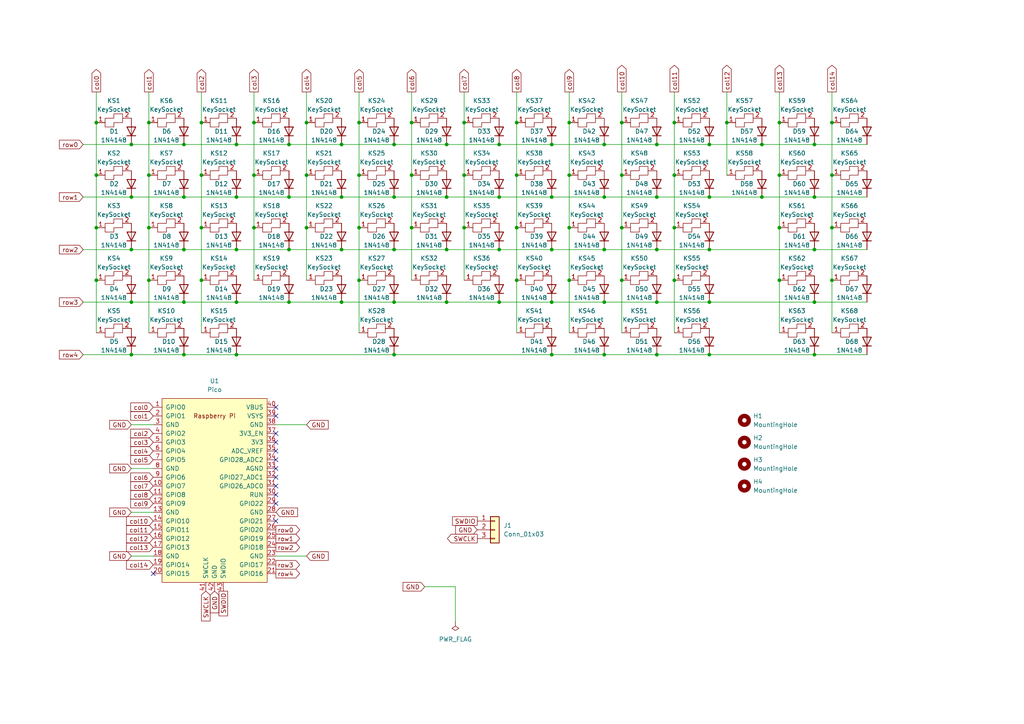
<source format=kicad_sch>
(kicad_sch (version 20211123) (generator eeschema)
  (paper "A4")
  (title_block (title "Wavier-keys"))
  (junction (at 180.34 66.04))
  (junction (at 160.02 41.91))
  (junction (at 104.14 66.04))
  (junction (at 236.22 72.39))
  (junction (at 190.5 41.91))
  (junction (at 195.58 81.28))
  (junction (at 195.58 35.56))
  (junction (at 83.82 87.63))
  (junction (at 58.42 66.04))
  (junction (at 129.54 72.39))
  (junction (at 119.38 50.8))
  (junction (at 129.54 41.91))
  (junction (at 205.74 87.63))
  (junction (at 160.02 87.63))
  (junction (at 99.06 57.15))
  (junction (at 99.06 72.39))
  (junction (at 104.14 81.28))
  (junction (at 190.5 72.39))
  (junction (at 149.86 81.28))
  (junction (at 205.74 102.87))
  (junction (at 104.14 50.8))
  (junction (at 38.1 102.87))
  (junction (at 73.66 66.04))
  (junction (at 190.5 102.87))
  (junction (at 83.82 72.39))
  (junction (at 144.78 72.39))
  (junction (at 180.34 35.56))
  (junction (at 180.34 81.28))
  (junction (at 190.5 57.15))
  (junction (at 195.58 50.8))
  (junction (at 38.1 41.91))
  (junction (at 175.26 41.91))
  (junction (at 38.1 72.39))
  (junction (at 160.02 102.87))
  (junction (at 83.82 41.91))
  (junction (at 190.5 87.63))
  (junction (at 165.1 81.28))
  (junction (at 236.22 102.87))
  (junction (at 27.94 35.56))
  (junction (at 165.1 66.04))
  (junction (at 73.66 50.8))
  (junction (at 144.78 87.63))
  (junction (at 27.94 81.28))
  (junction (at 43.18 81.28))
  (junction (at 83.82 57.15))
  (junction (at 53.34 72.39))
  (junction (at 68.58 41.91))
  (junction (at 175.26 57.15))
  (junction (at 114.3 72.39))
  (junction (at 226.06 50.8))
  (junction (at 58.42 50.8))
  (junction (at 241.3 81.28))
  (junction (at 220.98 41.91))
  (junction (at 175.26 87.63))
  (junction (at 160.02 57.15))
  (junction (at 88.9 35.56))
  (junction (at 129.54 57.15))
  (junction (at 134.62 35.56))
  (junction (at 241.3 66.04))
  (junction (at 53.34 102.87))
  (junction (at 210.82 35.56))
  (junction (at 43.18 66.04))
  (junction (at 43.18 35.56))
  (junction (at 53.34 41.91))
  (junction (at 226.06 81.28))
  (junction (at 149.86 66.04))
  (junction (at 58.42 35.56))
  (junction (at 38.1 57.15))
  (junction (at 68.58 57.15))
  (junction (at 53.34 87.63))
  (junction (at 27.94 50.8))
  (junction (at 38.1 87.63))
  (junction (at 241.3 50.8))
  (junction (at 129.54 87.63))
  (junction (at 68.58 87.63))
  (junction (at 220.98 57.15))
  (junction (at 165.1 35.56))
  (junction (at 205.74 57.15))
  (junction (at 205.74 72.39))
  (junction (at 149.86 35.56))
  (junction (at 165.1 50.8))
  (junction (at 175.26 72.39))
  (junction (at 226.06 66.04))
  (junction (at 160.02 72.39))
  (junction (at 226.06 35.56))
  (junction (at 205.74 41.91))
  (junction (at 180.34 50.8))
  (junction (at 144.78 41.91))
  (junction (at 114.3 87.63))
  (junction (at 236.22 57.15))
  (junction (at 134.62 66.04))
  (junction (at 236.22 41.91))
  (junction (at 134.62 50.8))
  (junction (at 68.58 72.39))
  (junction (at 99.06 87.63))
  (junction (at 43.18 50.8))
  (junction (at 114.3 102.87))
  (junction (at 104.14 35.56))
  (junction (at 73.66 35.56))
  (junction (at 53.34 57.15))
  (junction (at 236.22 87.63))
  (junction (at 68.58 102.87))
  (junction (at 99.06 41.91))
  (junction (at 119.38 35.56))
  (junction (at 58.42 81.28))
  (junction (at 119.38 66.04))
  (junction (at 88.9 66.04))
  (junction (at 27.94 66.04))
  (junction (at 114.3 41.91))
  (junction (at 175.26 102.87))
  (junction (at 114.3 57.15))
  (junction (at 241.3 35.56))
  (junction (at 88.9 50.8))
  (junction (at 144.78 57.15))
  (junction (at 149.86 50.8))
  (junction (at 195.58 66.04))
  (no_connect (at 80.01 135.89))
  (no_connect (at 44.45 166.37))
  (no_connect (at 80.01 118.11))
  (no_connect (at 80.01 120.65))
  (no_connect (at 80.01 138.43))
  (no_connect (at 80.01 140.97))
  (no_connect (at 80.01 146.05))
  (no_connect (at 80.01 151.13))
  (no_connect (at 80.01 125.73))
  (no_connect (at 80.01 128.27))
  (no_connect (at 80.01 130.81))
  (no_connect (at 80.01 133.35))
  (no_connect (at 80.01 143.51))
  (wire (pts (xy 220.98 41.91) (xy 236.22 41.91)))
  (wire (pts (xy 220.98 57.15) (xy 236.22 57.15)))
  (wire (pts (xy 236.22 87.63) (xy 251.46 87.63)))
  (wire (pts (xy 114.3 102.87) (xy 160.02 102.87)))
  (wire (pts (xy 236.22 72.39) (xy 251.46 72.39)))
  (wire (pts (xy 38.1 148.59) (xy 44.45 148.59)))
  (wire (pts (xy 149.86 66.04) (xy 149.86 81.28)))
  (wire (pts (xy 165.1 66.04) (xy 165.1 81.28)))
  (wire (pts (xy 165.1 81.28) (xy 165.1 96.52)))
  (wire (pts (xy 160.02 41.91) (xy 175.26 41.91)))
  (wire (pts (xy 83.82 72.39) (xy 99.06 72.39)))
  (wire (pts (xy 24.13 87.63) (xy 38.1 87.63)))
  (wire (pts (xy 149.86 35.56) (xy 149.86 50.8)))
  (wire (pts (xy 129.54 57.15) (xy 144.78 57.15)))
  (wire (pts (xy 24.13 102.87) (xy 38.1 102.87)))
  (wire (pts (xy 104.14 35.56) (xy 104.14 50.8)))
  (wire (pts (xy 27.94 81.28) (xy 27.94 96.52)))
  (wire (pts (xy 99.06 57.15) (xy 114.3 57.15)))
  (wire (pts (xy 165.1 50.8) (xy 165.1 66.04)))
  (wire (pts (xy 205.74 102.87) (xy 236.22 102.87)))
  (wire (pts (xy 134.62 66.04) (xy 134.62 81.28)))
  (wire (pts (xy 114.3 57.15) (xy 129.54 57.15)))
  (wire (pts (xy 119.38 26.67) (xy 119.38 35.56)))
  (wire (pts (xy 58.42 26.67) (xy 58.42 35.56)))
  (wire (pts (xy 68.58 87.63) (xy 83.82 87.63)))
  (wire (pts (xy 88.9 50.8) (xy 88.9 66.04)))
  (wire (pts (xy 129.54 72.39) (xy 144.78 72.39)))
  (wire (pts (xy 119.38 50.8) (xy 119.38 66.04)))
  (wire (pts (xy 241.3 81.28) (xy 241.3 96.52)))
  (wire (pts (xy 58.42 81.28) (xy 58.42 96.52)))
  (wire (pts (xy 149.86 50.8) (xy 149.86 66.04)))
  (wire (pts (xy 99.06 87.63) (xy 114.3 87.63)))
  (wire (pts (xy 180.34 81.28) (xy 180.34 96.52)))
  (wire (pts (xy 195.58 26.67) (xy 195.58 35.56)))
  (wire (pts (xy 236.22 57.15) (xy 251.46 57.15)))
  (wire (pts (xy 129.54 41.91) (xy 144.78 41.91)))
  (wire (pts (xy 104.14 66.04) (xy 104.14 81.28)))
  (wire (pts (xy 88.9 123.19) (xy 80.01 123.19)))
  (wire (pts (xy 24.13 72.39) (xy 38.1 72.39)))
  (wire (pts (xy 73.66 35.56) (xy 73.66 50.8)))
  (wire (pts (xy 236.22 102.87) (xy 251.46 102.87)))
  (wire (pts (xy 104.14 50.8) (xy 104.14 66.04)))
  (wire (pts (xy 175.26 41.91) (xy 190.5 41.91)))
  (wire (pts (xy 38.1 123.19) (xy 44.45 123.19)))
  (wire (pts (xy 114.3 41.91) (xy 129.54 41.91)))
  (wire (pts (xy 175.26 57.15) (xy 190.5 57.15)))
  (wire (pts (xy 149.86 81.28) (xy 149.86 96.52)))
  (wire (pts (xy 241.3 66.04) (xy 241.3 81.28)))
  (wire (pts (xy 27.94 26.67) (xy 27.94 35.56)))
  (wire (pts (xy 38.1 135.89) (xy 44.45 135.89)))
  (wire (pts (xy 68.58 102.87) (xy 114.3 102.87)))
  (wire (pts (xy 43.18 50.8) (xy 43.18 66.04)))
  (wire (pts (xy 175.26 102.87) (xy 190.5 102.87)))
  (wire (pts (xy 190.5 87.63) (xy 205.74 87.63)))
  (wire (pts (xy 24.13 57.15) (xy 38.1 57.15)))
  (wire (pts (xy 205.74 57.15) (xy 220.98 57.15)))
  (wire (pts (xy 195.58 50.8) (xy 195.58 66.04)))
  (wire (pts (xy 68.58 41.91) (xy 83.82 41.91)))
  (wire (pts (xy 190.5 72.39) (xy 205.74 72.39)))
  (wire (pts (xy 43.18 66.04) (xy 43.18 81.28)))
  (wire (pts (xy 144.78 57.15) (xy 160.02 57.15)))
  (wire (pts (xy 123.19 170.18) (xy 132.08 170.18)))
  (wire (pts (xy 210.82 26.67) (xy 210.82 35.56)))
  (wire (pts (xy 226.06 26.67) (xy 226.06 35.56)))
  (wire (pts (xy 160.02 87.63) (xy 175.26 87.63)))
  (wire (pts (xy 180.34 66.04) (xy 180.34 81.28)))
  (wire (pts (xy 38.1 41.91) (xy 53.34 41.91)))
  (wire (pts (xy 241.3 50.8) (xy 241.3 66.04)))
  (wire (pts (xy 68.58 72.39) (xy 83.82 72.39)))
  (wire (pts (xy 38.1 161.29) (xy 44.45 161.29)))
  (wire (pts (xy 43.18 26.67) (xy 43.18 35.56)))
  (wire (pts (xy 180.34 50.8) (xy 180.34 66.04)))
  (wire (pts (xy 144.78 87.63) (xy 160.02 87.63)))
  (wire (pts (xy 119.38 35.56) (xy 119.38 50.8)))
  (wire (pts (xy 226.06 50.8) (xy 226.06 66.04)))
  (wire (pts (xy 190.5 102.87) (xy 205.74 102.87)))
  (wire (pts (xy 104.14 81.28) (xy 104.14 96.52)))
  (wire (pts (xy 38.1 72.39) (xy 53.34 72.39)))
  (wire (pts (xy 38.1 57.15) (xy 53.34 57.15)))
  (wire (pts (xy 99.06 72.39) (xy 114.3 72.39)))
  (wire (pts (xy 83.82 87.63) (xy 99.06 87.63)))
  (wire (pts (xy 38.1 87.63) (xy 53.34 87.63)))
  (wire (pts (xy 195.58 66.04) (xy 195.58 81.28)))
  (wire (pts (xy 195.58 81.28) (xy 195.58 96.52)))
  (wire (pts (xy 205.74 41.91) (xy 220.98 41.91)))
  (wire (pts (xy 180.34 26.67) (xy 180.34 35.56)))
  (wire (pts (xy 165.1 26.67) (xy 165.1 35.56)))
  (wire (pts (xy 88.9 35.56) (xy 88.9 50.8)))
  (wire (pts (xy 38.1 102.87) (xy 53.34 102.87)))
  (wire (pts (xy 27.94 66.04) (xy 27.94 81.28)))
  (wire (pts (xy 149.86 26.67) (xy 149.86 35.56)))
  (wire (pts (xy 190.5 57.15) (xy 205.74 57.15)))
  (wire (pts (xy 134.62 35.56) (xy 134.62 50.8)))
  (wire (pts (xy 226.06 66.04) (xy 226.06 81.28)))
  (wire (pts (xy 119.38 66.04) (xy 119.38 81.28)))
  (wire (pts (xy 195.58 35.56) (xy 195.58 50.8)))
  (wire (pts (xy 24.13 41.91) (xy 38.1 41.91)))
  (wire (pts (xy 88.9 161.29) (xy 80.01 161.29)))
  (wire (pts (xy 43.18 35.56) (xy 43.18 50.8)))
  (wire (pts (xy 53.34 87.63) (xy 68.58 87.63)))
  (wire (pts (xy 53.34 102.87) (xy 68.58 102.87)))
  (wire (pts (xy 68.58 57.15) (xy 83.82 57.15)))
  (wire (pts (xy 88.9 26.67) (xy 88.9 35.56)))
  (wire (pts (xy 114.3 72.39) (xy 129.54 72.39)))
  (wire (pts (xy 99.06 41.91) (xy 114.3 41.91)))
  (wire (pts (xy 241.3 35.56) (xy 241.3 50.8)))
  (wire (pts (xy 180.34 35.56) (xy 180.34 50.8)))
  (wire (pts (xy 226.06 35.56) (xy 226.06 50.8)))
  (wire (pts (xy 53.34 57.15) (xy 68.58 57.15)))
  (wire (pts (xy 27.94 50.8) (xy 27.94 66.04)))
  (wire (pts (xy 58.42 50.8) (xy 58.42 66.04)))
  (wire (pts (xy 226.06 81.28) (xy 226.06 96.52)))
  (wire (pts (xy 175.26 72.39) (xy 190.5 72.39)))
  (wire (pts (xy 83.82 41.91) (xy 99.06 41.91)))
  (wire (pts (xy 73.66 50.8) (xy 73.66 66.04)))
  (wire (pts (xy 27.94 35.56) (xy 27.94 50.8)))
  (wire (pts (xy 160.02 72.39) (xy 175.26 72.39)))
  (wire (pts (xy 88.9 66.04) (xy 88.9 81.28)))
  (wire (pts (xy 53.34 72.39) (xy 68.58 72.39)))
  (wire (pts (xy 114.3 87.63) (xy 129.54 87.63)))
  (wire (pts (xy 132.08 170.18) (xy 132.08 180.34)))
  (wire (pts (xy 241.3 26.67) (xy 241.3 35.56)))
  (wire (pts (xy 144.78 72.39) (xy 160.02 72.39)))
  (wire (pts (xy 73.66 66.04) (xy 73.66 81.28)))
  (wire (pts (xy 129.54 87.63) (xy 144.78 87.63)))
  (wire (pts (xy 210.82 35.56) (xy 210.82 50.8)))
  (wire (pts (xy 236.22 41.91) (xy 251.46 41.91)))
  (wire (pts (xy 165.1 35.56) (xy 165.1 50.8)))
  (wire (pts (xy 190.5 41.91) (xy 205.74 41.91)))
  (wire (pts (xy 58.42 35.56) (xy 58.42 50.8)))
  (wire (pts (xy 134.62 50.8) (xy 134.62 66.04)))
  (wire (pts (xy 83.82 57.15) (xy 99.06 57.15)))
  (wire (pts (xy 134.62 26.67) (xy 134.62 35.56)))
  (wire (pts (xy 43.18 81.28) (xy 43.18 96.52)))
  (wire (pts (xy 205.74 87.63) (xy 236.22 87.63)))
  (wire (pts (xy 160.02 102.87) (xy 175.26 102.87)))
  (wire (pts (xy 144.78 41.91) (xy 160.02 41.91)))
  (wire (pts (xy 104.14 26.67) (xy 104.14 35.56)))
  (wire (pts (xy 175.26 87.63) (xy 190.5 87.63)))
  (wire (pts (xy 205.74 72.39) (xy 236.22 72.39)))
  (wire (pts (xy 58.42 66.04) (xy 58.42 81.28)))
  (wire (pts (xy 160.02 57.15) (xy 175.26 57.15)))
  (wire (pts (xy 73.66 26.67) (xy 73.66 35.56)))
  (wire (pts (xy 53.34 41.91) (xy 68.58 41.91)))
  (global_label "row0" (shape output) (at 80.01 153.67 0) (property "Intersheet References" "${INTERSHEET_REFS}" (effects hide)))
  (global_label "row1" (shape input) (at 24.13 57.15 180) (property "Intersheet References" "${INTERSHEET_REFS}" (effects hide)))
  (global_label "col2" (shape output) (at 58.42 26.67 90) (property "Intersheet References" "${INTERSHEET_REFS}" (effects hide)))
  (global_label "row1" (shape output) (at 80.01 156.21 0) (property "Intersheet References" "${INTERSHEET_REFS}" (effects hide)))
  (global_label "col13" (shape output) (at 226.06 26.67 90) (property "Intersheet References" "${INTERSHEET_REFS}" (effects hide)))
  (global_label "GND" (shape input) (at 123.19 170.18 180) (property "Intersheet References" "${INTERSHEET_REFS}" (effects hide)))
  (global_label "col0" (shape input) (at 44.45 118.11 180) (property "Intersheet References" "${INTERSHEET_REFS}" (effects hide)))
  (global_label "col9" (shape input) (at 44.45 146.05 180) (property "Intersheet References" "${INTERSHEET_REFS}" (effects hide)))
  (global_label "GND" (shape input) (at 138.43 153.67 180) (property "Intersheet References" "${INTERSHEET_REFS}" (effects hide)))
  (global_label "GND" (shape input) (at 80.01 148.59 0) (property "Intersheet References" "${INTERSHEET_REFS}" (effects hide)))
  (global_label "row4" (shape output) (at 80.01 166.37 0) (property "Intersheet References" "${INTERSHEET_REFS}" (effects hide)))
  (global_label "SWDIO" (shape passive) (at 138.43 151.13 180) (property "Intersheet References" "${INTERSHEET_REFS}" (effects hide)))
  (global_label "col6" (shape input) (at 44.45 138.43 180) (property "Intersheet References" "${INTERSHEET_REFS}" (effects hide)))
  (global_label "row0" (shape input) (at 24.13 41.91 180) (property "Intersheet References" "${INTERSHEET_REFS}" (effects hide)))
  (global_label "col14" (shape input) (at 44.45 163.83 180) (property "Intersheet References" "${INTERSHEET_REFS}" (effects hide)))
  (global_label "col8" (shape output) (at 149.86 26.67 90) (property "Intersheet References" "${INTERSHEET_REFS}" (effects hide)))
  (global_label "col3" (shape input) (at 44.45 128.27 180) (property "Intersheet References" "${INTERSHEET_REFS}" (effects hide)))
  (global_label "GND" (shape input) (at 88.9 161.29 0) (property "Intersheet References" "${INTERSHEET_REFS}" (effects hide)))
  (global_label "col4" (shape input) (at 44.45 130.81 180) (property "Intersheet References" "${INTERSHEET_REFS}" (effects hide)))
  (global_label "col9" (shape output) (at 165.1 26.67 90) (property "Intersheet References" "${INTERSHEET_REFS}" (effects hide)))
  (global_label "col3" (shape output) (at 73.66 26.67 90) (property "Intersheet References" "${INTERSHEET_REFS}" (effects hide)))
  (global_label "col14" (shape output) (at 241.3 26.67 90) (property "Intersheet References" "${INTERSHEET_REFS}" (effects hide)))
  (global_label "row3" (shape input) (at 24.13 87.63 180) (property "Intersheet References" "${INTERSHEET_REFS}" (effects hide)))
  (global_label "col10" (shape output) (at 180.34 26.67 90) (property "Intersheet References" "${INTERSHEET_REFS}" (effects hide)))
  (global_label "col12" (shape input) (at 44.45 156.21 180) (property "Intersheet References" "${INTERSHEET_REFS}" (effects hide)))
  (global_label "col0" (shape output) (at 27.94 26.67 90) (property "Intersheet References" "${INTERSHEET_REFS}" (effects hide)))
  (global_label "GND" (shape input) (at 38.1 148.59 180) (property "Intersheet References" "${INTERSHEET_REFS}" (effects hide)))
  (global_label "col5" (shape output) (at 104.14 26.67 90) (property "Intersheet References" "${INTERSHEET_REFS}" (effects hide)))
  (global_label "col8" (shape input) (at 44.45 143.51 180) (property "Intersheet References" "${INTERSHEET_REFS}" (effects hide)))
  (global_label "col2" (shape input) (at 44.45 125.73 180) (property "Intersheet References" "${INTERSHEET_REFS}" (effects hide)))
  (global_label "col13" (shape input) (at 44.45 158.75 180) (property "Intersheet References" "${INTERSHEET_REFS}" (effects hide)))
  (global_label "row2" (shape output) (at 80.01 158.75 0) (property "Intersheet References" "${INTERSHEET_REFS}" (effects hide)))
  (global_label "col5" (shape input) (at 44.45 133.35 180) (property "Intersheet References" "${INTERSHEET_REFS}" (effects hide)))
  (global_label "col1" (shape output) (at 43.18 26.67 90) (property "Intersheet References" "${INTERSHEET_REFS}" (effects hide)))
  (global_label "col4" (shape output) (at 88.9 26.67 90) (property "Intersheet References" "${INTERSHEET_REFS}" (effects hide)))
  (global_label "col11" (shape input) (at 44.45 153.67 180) (property "Intersheet References" "${INTERSHEET_REFS}" (effects hide)))
  (global_label "SWCLK" (shape input) (at 59.69 171.45 270) (property "Intersheet References" "${INTERSHEET_REFS}" (effects hide)))
  (global_label "col11" (shape output) (at 195.58 26.67 90) (property "Intersheet References" "${INTERSHEET_REFS}" (effects hide)))
  (global_label "GND" (shape input) (at 38.1 135.89 180) (property "Intersheet References" "${INTERSHEET_REFS}" (effects hide)))
  (global_label "GND" (shape input) (at 38.1 123.19 180) (property "Intersheet References" "${INTERSHEET_REFS}" (effects hide)))
  (global_label "row3" (shape output) (at 80.01 163.83 0) (property "Intersheet References" "${INTERSHEET_REFS}" (effects hide)))
  (global_label "SWCLK" (shape output) (at 138.43 156.21 180) (property "Intersheet References" "${INTERSHEET_REFS}" (effects hide)))
  (global_label "SWDIO" (shape passive) (at 64.77 171.45 270) (property "Intersheet References" "${INTERSHEET_REFS}" (effects hide)))
  (global_label "GND" (shape input) (at 62.23 171.45 270) (property "Intersheet References" "${INTERSHEET_REFS}" (effects hide)))
  (global_label "col7" (shape input) (at 44.45 140.97 180) (property "Intersheet References" "${INTERSHEET_REFS}" (effects hide)))
  (global_label "col6" (shape output) (at 119.38 26.67 90) (property "Intersheet References" "${INTERSHEET_REFS}" (effects hide)))
  (global_label "GND" (shape input) (at 88.9 123.19 0) (property "Intersheet References" "${INTERSHEET_REFS}" (effects hide)))
  (global_label "col1" (shape input) (at 44.45 120.65 180) (property "Intersheet References" "${INTERSHEET_REFS}" (effects hide)))
  (global_label "col12" (shape output) (at 210.82 26.67 90) (property "Intersheet References" "${INTERSHEET_REFS}" (effects hide)))
  (global_label "col7" (shape output) (at 134.62 26.67 90) (property "Intersheet References" "${INTERSHEET_REFS}" (effects hide)))
  (global_label "row2" (shape input) (at 24.13 72.39 180) (property "Intersheet References" "${INTERSHEET_REFS}" (effects hide)))
  (global_label "col10" (shape input) (at 44.45 151.13 180) (property "Intersheet References" "${INTERSHEET_REFS}" (effects hide)))
  (global_label "GND" (shape input) (at 38.1 161.29 180) (property "Intersheet References" "${INTERSHEET_REFS}" (effects hide)))
  (global_label "row4" (shape input) (at 24.13 102.87 180) (property "Intersheet References" "${INTERSHEET_REFS}" (effects hide)))
  (symbol (lib_id "Diode:1N4148") (at 38.1 99.06 90) (unit 1)
    (property "Reference" "D5" (at 31.75 99.06 90) (effects (justify right)))
    (property "Value" "1N4148" (at 29.21 101.6 90) (effects (justify right)))
    (property "Footprint" "Diode_THT:D_DO-35_SOD27_P7.62mm_Horizontal" (effects hide))
    (property "Datasheet" "https://assets.nexperia.com/documents/data-sheet/1N4148_1N4448.pdf" (effects hide))
  )
  (symbol (lib_id "keyboard:KeySocket") (at 231.14 96.52 0) (unit 1)
    (property "Reference" "KS63" (at 231.14 90.17 0))
    (property "Value" "KeySocket" (at 231.14 92.71 0))
    (property "Footprint" "Switch_Keyboard_Hotswap_Kailh:SW_Hotswap_Kailh_MX_1.00u" (effects hide))
  )
  (symbol (lib_id "Diode:1N4148") (at 205.74 83.82 90) (unit 1)
    (property "Reference" "D55" (at 199.39 83.82 90) (effects (justify right)))
    (property "Value" "1N4148" (at 196.85 86.36 90) (effects (justify right)))
    (property "Footprint" "Diode_THT:D_DO-35_SOD27_P7.62mm_Horizontal" (effects hide))
    (property "Datasheet" "https://assets.nexperia.com/documents/data-sheet/1N4148_1N4448.pdf" (effects hide))
  )
  (symbol (lib_id "Diode:1N4148") (at 251.46 68.58 90) (unit 1)
    (property "Reference" "D66" (at 245.11 68.58 90) (effects (justify right)))
    (property "Value" "1N4148" (at 242.57 71.12 90) (effects (justify right)))
    (property "Footprint" "Diode_THT:D_DO-35_SOD27_P7.62mm_Horizontal" (effects hide))
    (property "Datasheet" "https://assets.nexperia.com/documents/data-sheet/1N4148_1N4448.pdf" (effects hide))
  )
  (symbol (lib_id "Diode:1N4148") (at 190.5 38.1 90) (unit 1)
    (property "Reference" "D47" (at 184.15 38.1 90) (effects (justify right)))
    (property "Value" "1N4148" (at 181.61 40.64 90) (effects (justify right)))
    (property "Footprint" "Diode_THT:D_DO-35_SOD27_P7.62mm_Horizontal" (effects hide))
    (property "Datasheet" "https://assets.nexperia.com/documents/data-sheet/1N4148_1N4448.pdf" (effects hide))
  )
  (symbol (lib_id "keyboard:KeySocket") (at 231.14 35.56 0) (unit 1)
    (property "Reference" "KS59" (at 231.14 29.21 0))
    (property "Value" "KeySocket" (at 231.14 31.75 0))
    (property "Footprint" "Switch_Keyboard_Hotswap_Kailh:SW_Hotswap_Kailh_MX_1.00u" (effects hide))
  )
  (symbol (lib_id "keyboard:KeySocket") (at 185.42 66.04 0) (unit 1)
    (property "Reference" "KS49" (at 185.42 59.69 0))
    (property "Value" "KeySocket" (at 185.42 62.23 0))
    (property "Footprint" "Switch_Keyboard_Hotswap_Kailh:SW_Hotswap_Kailh_MX_1.00u" (effects hide))
  )
  (symbol (lib_id "Diode:1N4148") (at 160.02 83.82 90) (unit 1)
    (property "Reference" "D40" (at 153.67 83.82 90) (effects (justify right)))
    (property "Value" "1N4148" (at 151.13 86.36 90) (effects (justify right)))
    (property "Footprint" "Diode_THT:D_DO-35_SOD27_P7.62mm_Horizontal" (effects hide))
    (property "Datasheet" "https://assets.nexperia.com/documents/data-sheet/1N4148_1N4448.pdf" (effects hide))
  )
  (symbol (lib_id "keyboard:KeySocket") (at 200.66 96.52 0) (unit 1)
    (property "Reference" "KS56" (at 200.66 90.17 0))
    (property "Value" "KeySocket" (at 200.66 92.71 0))
    (property "Footprint" "Switch_Keyboard_Hotswap_Kailh:SW_Hotswap_Kailh_MX_1.00u" (effects hide))
  )
  (symbol (lib_id "Diode:1N4148") (at 129.54 38.1 90) (unit 1)
    (property "Reference" "D29" (at 123.19 38.1 90) (effects (justify right)))
    (property "Value" "1N4148" (at 120.65 40.64 90) (effects (justify right)))
    (property "Footprint" "Diode_THT:D_DO-35_SOD27_P7.62mm_Horizontal" (effects hide))
    (property "Datasheet" "https://assets.nexperia.com/documents/data-sheet/1N4148_1N4448.pdf" (effects hide))
  )
  (symbol (lib_id "Diode:1N4148") (at 38.1 83.82 90) (unit 1)
    (property "Reference" "D4" (at 31.75 83.82 90) (effects (justify right)))
    (property "Value" "1N4148" (at 29.21 86.36 90) (effects (justify right)))
    (property "Footprint" "Diode_THT:D_DO-35_SOD27_P7.62mm_Horizontal" (effects hide))
    (property "Datasheet" "https://assets.nexperia.com/documents/data-sheet/1N4148_1N4448.pdf" (effects hide))
  )
  (symbol (lib_id "keyboard:KeySocket") (at 231.14 66.04 0) (unit 1)
    (property "Reference" "KS61" (at 231.14 59.69 0))
    (property "Value" "KeySocket" (at 231.14 62.23 0))
    (property "Footprint" "Switch_Keyboard_Hotswap_Kailh:SW_Hotswap_Kailh_MX_2.25u" (effects hide))
  )
  (symbol (lib_id "keyboard:KeySocket") (at 109.22 35.56 0) (unit 1)
    (property "Reference" "KS24" (at 109.22 29.21 0))
    (property "Value" "KeySocket" (at 109.22 31.75 0))
    (property "Footprint" "Switch_Keyboard_Hotswap_Kailh:SW_Hotswap_Kailh_MX_1.00u" (effects hide))
  )
  (symbol (lib_id "keyboard:KeySocket") (at 154.94 50.8 0) (unit 1)
    (property "Reference" "KS38" (at 154.94 44.45 0))
    (property "Value" "KeySocket" (at 154.94 46.99 0))
    (property "Footprint" "Switch_Keyboard_Hotswap_Kailh:SW_Hotswap_Kailh_MX_1.00u" (effects hide))
  )
  (symbol (lib_id "keyboard:KeySocket") (at 48.26 66.04 0) (unit 1)
    (property "Reference" "KS8" (at 48.26 59.69 0))
    (property "Value" "KeySocket" (at 48.26 62.23 0))
    (property "Footprint" "Switch_Keyboard_Hotswap_Kailh:SW_Hotswap_Kailh_MX_1.00u" (effects hide))
  )
  (symbol (lib_id "Diode:1N4148") (at 53.34 83.82 90) (unit 1)
    (property "Reference" "D9" (at 46.99 83.82 90) (effects (justify right)))
    (property "Value" "1N4148" (at 44.45 86.36 90) (effects (justify right)))
    (property "Footprint" "Diode_THT:D_DO-35_SOD27_P7.62mm_Horizontal" (effects hide))
    (property "Datasheet" "https://assets.nexperia.com/documents/data-sheet/1N4148_1N4448.pdf" (effects hide))
  )
  (symbol (lib_id "keyboard:KeySocket") (at 215.9 50.8 0) (unit 1)
    (property "Reference" "KS58" (at 215.9 44.45 0))
    (property "Value" "KeySocket" (at 215.9 46.99 0))
    (property "Footprint" "Switch_Keyboard_Hotswap_Kailh:SW_Hotswap_Kailh_MX_1.00u" (effects hide))
  )
  (symbol (lib_id "Diode:1N4148") (at 144.78 38.1 90) (unit 1)
    (property "Reference" "D33" (at 138.43 38.1 90) (effects (justify right)))
    (property "Value" "1N4148" (at 135.89 40.64 90) (effects (justify right)))
    (property "Footprint" "Diode_THT:D_DO-35_SOD27_P7.62mm_Horizontal" (effects hide))
    (property "Datasheet" "https://assets.nexperia.com/documents/data-sheet/1N4148_1N4448.pdf" (effects hide))
  )
  (symbol (lib_id "Diode:1N4148") (at 68.58 38.1 90) (unit 1)
    (property "Reference" "D11" (at 62.23 38.1 90) (effects (justify right)))
    (property "Value" "1N4148" (at 59.69 40.64 90) (effects (justify right)))
    (property "Footprint" "Diode_THT:D_DO-35_SOD27_P7.62mm_Horizontal" (effects hide))
    (property "Datasheet" "https://assets.nexperia.com/documents/data-sheet/1N4148_1N4448.pdf" (effects hide))
  )
  (symbol (lib_id "Diode:1N4148") (at 114.3 38.1 90) (unit 1)
    (property "Reference" "D24" (at 107.95 38.1 90) (effects (justify right)))
    (property "Value" "1N4148" (at 105.41 40.64 90) (effects (justify right)))
    (property "Footprint" "Diode_THT:D_DO-35_SOD27_P7.62mm_Horizontal" (effects hide))
    (property "Datasheet" "https://assets.nexperia.com/documents/data-sheet/1N4148_1N4448.pdf" (effects hide))
  )
  (symbol (lib_id "Diode:1N4148") (at 220.98 53.34 90) (unit 1)
    (property "Reference" "D58" (at 214.63 53.34 90) (effects (justify right)))
    (property "Value" "1N4148" (at 212.09 55.88 90) (effects (justify right)))
    (property "Footprint" "Diode_THT:D_DO-35_SOD27_P7.62mm_Horizontal" (effects hide))
    (property "Datasheet" "https://assets.nexperia.com/documents/data-sheet/1N4148_1N4448.pdf" (effects hide))
  )
  (symbol (lib_id "Diode:1N4148") (at 38.1 53.34 90) (unit 1)
    (property "Reference" "D2" (at 31.75 53.34 90) (effects (justify right)))
    (property "Value" "1N4148" (at 29.21 55.88 90) (effects (justify right)))
    (property "Footprint" "Diode_THT:D_DO-35_SOD27_P7.62mm_Horizontal" (effects hide))
    (property "Datasheet" "https://assets.nexperia.com/documents/data-sheet/1N4148_1N4448.pdf" (effects hide))
  )
  (symbol (lib_id "keyboard:KeySocket") (at 170.18 35.56 0) (unit 1)
    (property "Reference" "KS42" (at 170.18 29.21 0))
    (property "Value" "KeySocket" (at 170.18 31.75 0))
    (property "Footprint" "Switch_Keyboard_Hotswap_Kailh:SW_Hotswap_Kailh_MX_1.00u" (effects hide))
  )
  (symbol (lib_id "Diode:1N4148") (at 160.02 68.58 90) (unit 1)
    (property "Reference" "D39" (at 153.67 68.58 90) (effects (justify right)))
    (property "Value" "1N4148" (at 151.13 71.12 90) (effects (justify right)))
    (property "Footprint" "Diode_THT:D_DO-35_SOD27_P7.62mm_Horizontal" (effects hide))
    (property "Datasheet" "https://assets.nexperia.com/documents/data-sheet/1N4148_1N4448.pdf" (effects hide))
  )
  (symbol (lib_id "keyboard:KeySocket") (at 170.18 66.04 0) (unit 1)
    (property "Reference" "KS44" (at 170.18 59.69 0))
    (property "Value" "KeySocket" (at 170.18 62.23 0))
    (property "Footprint" "Switch_Keyboard_Hotswap_Kailh:SW_Hotswap_Kailh_MX_1.00u" (effects hide))
  )
  (symbol (lib_id "Diode:1N4148") (at 175.26 83.82 90) (unit 1)
    (property "Reference" "D45" (at 168.91 83.82 90) (effects (justify right)))
    (property "Value" "1N4148" (at 166.37 86.36 90) (effects (justify right)))
    (property "Footprint" "Diode_THT:D_DO-35_SOD27_P7.62mm_Horizontal" (effects hide))
    (property "Datasheet" "https://assets.nexperia.com/documents/data-sheet/1N4148_1N4448.pdf" (effects hide))
  )
  (symbol (lib_id "keyboard:KeySocket") (at 124.46 66.04 0) (unit 1)
    (property "Reference" "KS31" (at 124.46 59.69 0))
    (property "Value" "KeySocket" (at 124.46 62.23 0))
    (property "Footprint" "Switch_Keyboard_Hotswap_Kailh:SW_Hotswap_Kailh_MX_1.00u" (effects hide))
  )
  (symbol (lib_id "Diode:1N4148") (at 99.06 38.1 90) (unit 1)
    (property "Reference" "D20" (at 92.71 38.1 90) (effects (justify right)))
    (property "Value" "1N4148" (at 90.17 40.64 90) (effects (justify right)))
    (property "Footprint" "Diode_THT:D_DO-35_SOD27_P7.62mm_Horizontal" (effects hide))
    (property "Datasheet" "https://assets.nexperia.com/documents/data-sheet/1N4148_1N4448.pdf" (effects hide))
  )
  (symbol (lib_id "keyboard:KeySocket") (at 170.18 50.8 0) (unit 1)
    (property "Reference" "KS43" (at 170.18 44.45 0))
    (property "Value" "KeySocket" (at 170.18 46.99 0))
    (property "Footprint" "Switch_Keyboard_Hotswap_Kailh:SW_Hotswap_Kailh_MX_1.00u" (effects hide))
  )
  (symbol (lib_id "keyboard:KeySocket") (at 200.66 35.56 0) (unit 1)
    (property "Reference" "KS52" (at 200.66 29.21 0))
    (property "Value" "KeySocket" (at 200.66 31.75 0))
    (property "Footprint" "Switch_Keyboard_Hotswap_Kailh:SW_Hotswap_Kailh_MX_1.00u" (effects hide))
  )
  (symbol (lib_id "keyboard:KeySocket") (at 33.02 35.56 0) (unit 1)
    (property "Reference" "KS1" (at 33.02 29.21 0))
    (property "Value" "KeySocket" (at 33.02 31.75 0))
    (property "Footprint" "Switch_Keyboard_Hotswap_Kailh:SW_Hotswap_Kailh_MX_1.00u" (effects hide))
  )
  (symbol (lib_id "Diode:1N4148") (at 68.58 53.34 90) (unit 1)
    (property "Reference" "D12" (at 62.23 53.34 90) (effects (justify right)))
    (property "Value" "1N4148" (at 59.69 55.88 90) (effects (justify right)))
    (property "Footprint" "Diode_THT:D_DO-35_SOD27_P7.62mm_Horizontal" (effects hide))
    (property "Datasheet" "https://assets.nexperia.com/documents/data-sheet/1N4148_1N4448.pdf" (effects hide))
  )
  (symbol (lib_id "Diode:1N4148") (at 190.5 68.58 90) (unit 1)
    (property "Reference" "D49" (at 184.15 68.58 90) (effects (justify right)))
    (property "Value" "1N4148" (at 181.61 71.12 90) (effects (justify right)))
    (property "Footprint" "Diode_THT:D_DO-35_SOD27_P7.62mm_Horizontal" (effects hide))
    (property "Datasheet" "https://assets.nexperia.com/documents/data-sheet/1N4148_1N4448.pdf" (effects hide))
  )
  (symbol (lib_id "Diode:1N4148") (at 68.58 83.82 90) (unit 1)
    (property "Reference" "D14" (at 62.23 83.82 90) (effects (justify right)))
    (property "Value" "1N4148" (at 59.69 86.36 90) (effects (justify right)))
    (property "Footprint" "Diode_THT:D_DO-35_SOD27_P7.62mm_Horizontal" (effects hide))
    (property "Datasheet" "https://assets.nexperia.com/documents/data-sheet/1N4148_1N4448.pdf" (effects hide))
  )
  (symbol (lib_id "Mechanical:MountingHole") (at 215.9 121.92 0) (unit 1)
    (property "Reference" "H1" (at 218.44 120.6499 0) (effects (justify left)))
    (property "Value" "MountingHole" (at 218.44 123.1899 0) (effects (justify left)))
    (property "Footprint" "MountingHole:MountingHole_2.5mm" (effects hide))
  )
  (symbol (lib_id "keyboard:KeySocket") (at 154.94 96.52 0) (unit 1)
    (property "Reference" "KS41" (at 154.94 90.17 0))
    (property "Value" "KeySocket" (at 154.94 92.71 0))
    (property "Footprint" "Switch_Keyboard_Hotswap_Kailh:SW_Hotswap_Kailh_MX_1.00u" (effects hide))
  )
  (symbol (lib_id "Diode:1N4148") (at 38.1 68.58 90) (unit 1)
    (property "Reference" "D3" (at 31.75 68.58 90) (effects (justify right)))
    (property "Value" "1N4148" (at 29.21 71.12 90) (effects (justify right)))
    (property "Footprint" "Diode_THT:D_DO-35_SOD27_P7.62mm_Horizontal" (effects hide))
    (property "Datasheet" "https://assets.nexperia.com/documents/data-sheet/1N4148_1N4448.pdf" (effects hide))
  )
  (symbol (lib_id "keyboard:KeySocket") (at 124.46 50.8 0) (unit 1)
    (property "Reference" "KS30" (at 124.46 44.45 0))
    (property "Value" "KeySocket" (at 124.46 46.99 0))
    (property "Footprint" "Switch_Keyboard_Hotswap_Kailh:SW_Hotswap_Kailh_MX_1.00u" (effects hide))
  )
  (symbol (lib_id "keyboard:KeySocket") (at 139.7 66.04 0) (unit 1)
    (property "Reference" "KS35" (at 139.7 59.69 0))
    (property "Value" "KeySocket" (at 139.7 62.23 0))
    (property "Footprint" "Switch_Keyboard_Hotswap_Kailh:SW_Hotswap_Kailh_MX_1.00u" (effects hide))
  )
  (symbol (lib_id "keyboard:KeySocket") (at 124.46 81.28 0) (unit 1)
    (property "Reference" "KS32" (at 124.46 74.93 0))
    (property "Value" "KeySocket" (at 124.46 77.47 0))
    (property "Footprint" "Switch_Keyboard_Hotswap_Kailh:SW_Hotswap_Kailh_MX_1.00u" (effects hide))
  )
  (symbol (lib_id "keyboard:KeySocket") (at 246.38 81.28 0) (unit 1)
    (property "Reference" "KS67" (at 246.38 74.93 0))
    (property "Value" "KeySocket" (at 246.38 77.47 0))
    (property "Footprint" "Switch_Keyboard_Hotswap_Kailh:SW_Hotswap_Kailh_MX_1.00u" (effects hide))
  )
  (symbol (lib_id "Diode:1N4148") (at 53.34 68.58 90) (unit 1)
    (property "Reference" "D8" (at 46.99 68.58 90) (effects (justify right)))
    (property "Value" "1N4148" (at 44.45 71.12 90) (effects (justify right)))
    (property "Footprint" "Diode_THT:D_DO-35_SOD27_P7.62mm_Horizontal" (effects hide))
    (property "Datasheet" "https://assets.nexperia.com/documents/data-sheet/1N4148_1N4448.pdf" (effects hide))
  )
  (symbol (lib_id "keyboard:KeySocket") (at 48.26 50.8 0) (unit 1)
    (property "Reference" "KS7" (at 48.26 44.45 0))
    (property "Value" "KeySocket" (at 48.26 46.99 0))
    (property "Footprint" "Switch_Keyboard_Hotswap_Kailh:SW_Hotswap_Kailh_MX_1.00u" (effects hide))
  )
  (symbol (lib_id "Diode:1N4148") (at 38.1 38.1 90) (unit 1)
    (property "Reference" "D1" (at 31.75 38.1 90) (effects (justify right)))
    (property "Value" "1N4148" (at 29.21 40.64 90) (effects (justify right)))
    (property "Footprint" "Diode_THT:D_DO-35_SOD27_P7.62mm_Horizontal" (effects hide))
    (property "Datasheet" "https://assets.nexperia.com/documents/data-sheet/1N4148_1N4448.pdf" (effects hide))
  )
  (symbol (lib_id "keyboard:KeySocket") (at 33.02 81.28 0) (unit 1)
    (property "Reference" "KS4" (at 33.02 74.93 0))
    (property "Value" "KeySocket" (at 33.02 77.47 0))
    (property "Footprint" "Switch_Keyboard_Hotswap_Kailh:SW_Hotswap_Kailh_MX_2.25u" (effects hide))
  )
  (symbol (lib_id "keyboard:KeySocket") (at 200.66 81.28 0) (unit 1)
    (property "Reference" "KS55" (at 200.66 74.93 0))
    (property "Value" "KeySocket" (at 200.66 77.47 0))
    (property "Footprint" "Switch_Keyboard_Hotswap_Kailh:SW_Hotswap_Kailh_MX_1.75u" (effects hide))
  )
  (symbol (lib_id "keyboard:KeySocket") (at 109.22 81.28 0) (unit 1)
    (property "Reference" "KS27" (at 109.22 74.93 0))
    (property "Value" "KeySocket" (at 109.22 77.47 0))
    (property "Footprint" "Switch_Keyboard_Hotswap_Kailh:SW_Hotswap_Kailh_MX_1.00u" (effects hide))
  )
  (symbol (lib_id "Diode:1N4148") (at 251.46 38.1 90) (unit 1)
    (property "Reference" "D64" (at 245.11 38.1 90) (effects (justify right)))
    (property "Value" "1N4148" (at 242.57 40.64 90) (effects (justify right)))
    (property "Footprint" "Diode_THT:D_DO-35_SOD27_P7.62mm_Horizontal" (effects hide))
    (property "Datasheet" "https://assets.nexperia.com/documents/data-sheet/1N4148_1N4448.pdf" (effects hide))
  )
  (symbol (lib_id "keyboard:KeySocket") (at 124.46 35.56 0) (unit 1)
    (property "Reference" "KS29" (at 124.46 29.21 0))
    (property "Value" "KeySocket" (at 124.46 31.75 0))
    (property "Footprint" "Switch_Keyboard_Hotswap_Kailh:SW_Hotswap_Kailh_MX_1.00u" (effects hide))
  )
  (symbol (lib_id "keyboard:KeySocket") (at 170.18 81.28 0) (unit 1)
    (property "Reference" "KS45" (at 170.18 74.93 0))
    (property "Value" "KeySocket" (at 170.18 77.47 0))
    (property "Footprint" "Switch_Keyboard_Hotswap_Kailh:SW_Hotswap_Kailh_MX_1.00u" (effects hide))
  )
  (symbol (lib_id "Diode:1N4148") (at 175.26 53.34 90) (unit 1)
    (property "Reference" "D43" (at 168.91 53.34 90) (effects (justify right)))
    (property "Value" "1N4148" (at 166.37 55.88 90) (effects (justify right)))
    (property "Footprint" "Diode_THT:D_DO-35_SOD27_P7.62mm_Horizontal" (effects hide))
    (property "Datasheet" "https://assets.nexperia.com/documents/data-sheet/1N4148_1N4448.pdf" (effects hide))
  )
  (symbol (lib_id "Mechanical:MountingHole") (at 215.9 128.27 0) (unit 1)
    (property "Reference" "H2" (at 218.44 126.9999 0) (effects (justify left)))
    (property "Value" "MountingHole" (at 218.44 129.5399 0) (effects (justify left)))
    (property "Footprint" "MountingHole:MountingHole_2.5mm" (effects hide))
  )
  (symbol (lib_id "keyboard:KeySocket") (at 93.98 66.04 0) (unit 1)
    (property "Reference" "KS22" (at 93.98 59.69 0))
    (property "Value" "KeySocket" (at 93.98 62.23 0))
    (property "Footprint" "Switch_Keyboard_Hotswap_Kailh:SW_Hotswap_Kailh_MX_1.00u" (effects hide))
  )
  (symbol (lib_id "Diode:1N4148") (at 205.74 38.1 90) (unit 1)
    (property "Reference" "D52" (at 199.39 38.1 90) (effects (justify right)))
    (property "Value" "1N4148" (at 196.85 40.64 90) (effects (justify right)))
    (property "Footprint" "Diode_THT:D_DO-35_SOD27_P7.62mm_Horizontal" (effects hide))
    (property "Datasheet" "https://assets.nexperia.com/documents/data-sheet/1N4148_1N4448.pdf" (effects hide))
  )
  (symbol (lib_id "keyboard:KeySocket") (at 48.26 81.28 0) (unit 1)
    (property "Reference" "KS9" (at 48.26 74.93 0))
    (property "Value" "KeySocket" (at 48.26 77.47 0))
    (property "Footprint" "Switch_Keyboard_Hotswap_Kailh:SW_Hotswap_Kailh_MX_1.00u" (effects hide))
  )
  (symbol (lib_id "Diode:1N4148") (at 53.34 99.06 90) (unit 1)
    (property "Reference" "D10" (at 46.99 99.06 90) (effects (justify right)))
    (property "Value" "1N4148" (at 44.45 101.6 90) (effects (justify right)))
    (property "Footprint" "Diode_THT:D_DO-35_SOD27_P7.62mm_Horizontal" (effects hide))
    (property "Datasheet" "https://assets.nexperia.com/documents/data-sheet/1N4148_1N4448.pdf" (effects hide))
  )
  (symbol (lib_id "Diode:1N4148") (at 251.46 83.82 90) (unit 1)
    (property "Reference" "D67" (at 245.11 83.82 90) (effects (justify right)))
    (property "Value" "1N4148" (at 242.57 86.36 90) (effects (justify right)))
    (property "Footprint" "Diode_THT:D_DO-35_SOD27_P7.62mm_Horizontal" (effects hide))
    (property "Datasheet" "https://assets.nexperia.com/documents/data-sheet/1N4148_1N4448.pdf" (effects hide))
  )
  (symbol (lib_id "Diode:1N4148") (at 236.22 99.06 90) (unit 1)
    (property "Reference" "D63" (at 229.87 99.06 90) (effects (justify right)))
    (property "Value" "1N4148" (at 227.33 101.6 90) (effects (justify right)))
    (property "Footprint" "Diode_THT:D_DO-35_SOD27_P7.62mm_Horizontal" (effects hide))
    (property "Datasheet" "https://assets.nexperia.com/documents/data-sheet/1N4148_1N4448.pdf" (effects hide))
  )
  (symbol (lib_id "keyboard:KeySocket") (at 246.38 66.04 0) (unit 1)
    (property "Reference" "KS66" (at 246.38 59.69 0))
    (property "Value" "KeySocket" (at 246.38 62.23 0))
    (property "Footprint" "Switch_Keyboard_Hotswap_Kailh:SW_Hotswap_Kailh_MX_1.00u" (effects hide))
  )
  (symbol (lib_id "power:PWR_FLAG") (at 132.08 180.34 180) (unit 1)
    (property "Reference" "#FLG01" (effects hide))
    (property "Value" "PWR_FLAG" (at 132.08 185.42 0))
  )
  (symbol (lib_id "keyboard:KeySocket") (at 63.5 50.8 0) (unit 1)
    (property "Reference" "KS12" (at 63.5 44.45 0))
    (property "Value" "KeySocket" (at 63.5 46.99 0))
    (property "Footprint" "Switch_Keyboard_Hotswap_Kailh:SW_Hotswap_Kailh_MX_1.00u" (effects hide))
  )
  (symbol (lib_id "Diode:1N4148") (at 99.06 68.58 90) (unit 1)
    (property "Reference" "D22" (at 92.71 68.58 90) (effects (justify right)))
    (property "Value" "1N4148" (at 90.17 71.12 90) (effects (justify right)))
    (property "Footprint" "Diode_THT:D_DO-35_SOD27_P7.62mm_Horizontal" (effects hide))
    (property "Datasheet" "https://assets.nexperia.com/documents/data-sheet/1N4148_1N4448.pdf" (effects hide))
  )
  (symbol (lib_id "keyboard:KeySocket") (at 185.42 81.28 0) (unit 1)
    (property "Reference" "KS50" (at 185.42 74.93 0))
    (property "Value" "KeySocket" (at 185.42 77.47 0))
    (property "Footprint" "Switch_Keyboard_Hotswap_Kailh:SW_Hotswap_Kailh_MX_1.00u" (effects hide))
  )
  (symbol (lib_id "Diode:1N4148") (at 114.3 53.34 90) (unit 1)
    (property "Reference" "D25" (at 107.95 53.34 90) (effects (justify right)))
    (property "Value" "1N4148" (at 105.41 55.88 90) (effects (justify right)))
    (property "Footprint" "Diode_THT:D_DO-35_SOD27_P7.62mm_Horizontal" (effects hide))
    (property "Datasheet" "https://assets.nexperia.com/documents/data-sheet/1N4148_1N4448.pdf" (effects hide))
  )
  (symbol (lib_id "Diode:1N4148") (at 190.5 83.82 90) (unit 1)
    (property "Reference" "D50" (at 184.15 83.82 90) (effects (justify right)))
    (property "Value" "1N4148" (at 181.61 86.36 90) (effects (justify right)))
    (property "Footprint" "Diode_THT:D_DO-35_SOD27_P7.62mm_Horizontal" (effects hide))
    (property "Datasheet" "https://assets.nexperia.com/documents/data-sheet/1N4148_1N4448.pdf" (effects hide))
  )
  (symbol (lib_name "KeySocket_1") (lib_id "keyboard:KeySocket") (at 246.38 35.56 0) (unit 1)
    (property "Reference" "KS64" (at 246.38 29.21 0))
    (property "Value" "KeySocket" (at 246.38 31.75 0))
    (property "Footprint" "Switch_Keyboard_Hotswap_Kailh:SW_Hotswap_Kailh_MX_2.00u" (effects hide))
  )
  (symbol (lib_id "keyboard:KeySocket") (at 33.02 66.04 0) (unit 1)
    (property "Reference" "KS3" (at 33.02 59.69 0))
    (property "Value" "KeySocket" (at 33.02 62.23 0))
    (property "Footprint" "Switch_Keyboard_Hotswap_Kailh:SW_Hotswap_Kailh_MX_1.75u" (effects hide))
  )
  (symbol (lib_id "Diode:1N4148") (at 99.06 83.82 90) (unit 1)
    (property "Reference" "D23" (at 92.71 83.82 90) (effects (justify right)))
    (property "Value" "1N4148" (at 90.17 86.36 90) (effects (justify right)))
    (property "Footprint" "Diode_THT:D_DO-35_SOD27_P7.62mm_Horizontal" (effects hide))
    (property "Datasheet" "https://assets.nexperia.com/documents/data-sheet/1N4148_1N4448.pdf" (effects hide))
  )
  (symbol (lib_id "keyboard:KeySocket") (at 185.42 50.8 0) (unit 1)
    (property "Reference" "KS48" (at 185.42 44.45 0))
    (property "Value" "KeySocket" (at 185.42 46.99 0))
    (property "Footprint" "Switch_Keyboard_Hotswap_Kailh:SW_Hotswap_Kailh_MX_1.00u" (effects hide))
  )
  (symbol (lib_id "keyboard:KeySocket") (at 33.02 50.8 0) (unit 1)
    (property "Reference" "KS2" (at 33.02 44.45 0))
    (property "Value" "KeySocket" (at 33.02 46.99 0))
    (property "Footprint" "Switch_Keyboard_Hotswap_Kailh:SW_Hotswap_Kailh_MX_1.50u" (effects hide))
  )
  (symbol (lib_id "Diode:1N4148") (at 144.78 53.34 90) (unit 1)
    (property "Reference" "D34" (at 138.43 53.34 90) (effects (justify right)))
    (property "Value" "1N4148" (at 135.89 55.88 90) (effects (justify right)))
    (property "Footprint" "Diode_THT:D_DO-35_SOD27_P7.62mm_Horizontal" (effects hide))
    (property "Datasheet" "https://assets.nexperia.com/documents/data-sheet/1N4148_1N4448.pdf" (effects hide))
  )
  (symbol (lib_id "Diode:1N4148") (at 236.22 68.58 90) (unit 1)
    (property "Reference" "D61" (at 229.87 68.58 90) (effects (justify right)))
    (property "Value" "1N4148" (at 227.33 71.12 90) (effects (justify right)))
    (property "Footprint" "Diode_THT:D_DO-35_SOD27_P7.62mm_Horizontal" (effects hide))
    (property "Datasheet" "https://assets.nexperia.com/documents/data-sheet/1N4148_1N4448.pdf" (effects hide))
  )
  (symbol (lib_id "keyboard:KeySocket") (at 215.9 35.56 0) (unit 1)
    (property "Reference" "KS57" (at 215.9 29.21 0))
    (property "Value" "KeySocket" (at 215.9 31.75 0))
    (property "Footprint" "Switch_Keyboard_Hotswap_Kailh:SW_Hotswap_Kailh_MX_1.00u" (effects hide))
  )
  (symbol (lib_id "RPi_Pico:Pico") (at 62.23 142.24 0) (unit 1)
    (property "Reference" "U1" (at 62.23 110.49 0))
    (property "Value" "Pico" (at 62.23 113.03 0))
    (property "Footprint" "RPi_Pico:RPi_Pico_SMD_TH" (effects hide))
  )
  (symbol (lib_id "Diode:1N4148") (at 190.5 53.34 90) (unit 1)
    (property "Reference" "D48" (at 184.15 53.34 90) (effects (justify right)))
    (property "Value" "1N4148" (at 181.61 55.88 90) (effects (justify right)))
    (property "Footprint" "Diode_THT:D_DO-35_SOD27_P7.62mm_Horizontal" (effects hide))
    (property "Datasheet" "https://assets.nexperia.com/documents/data-sheet/1N4148_1N4448.pdf" (effects hide))
  )
  (symbol (lib_id "keyboard:KeySocket") (at 154.94 81.28 0) (unit 1)
    (property "Reference" "KS40" (at 154.94 74.93 0))
    (property "Value" "KeySocket" (at 154.94 77.47 0))
    (property "Footprint" "Switch_Keyboard_Hotswap_Kailh:SW_Hotswap_Kailh_MX_1.00u" (effects hide))
  )
  (symbol (lib_id "keyboard:KeySocket") (at 109.22 66.04 0) (unit 1)
    (property "Reference" "KS26" (at 109.22 59.69 0))
    (property "Value" "KeySocket" (at 109.22 62.23 0))
    (property "Footprint" "Switch_Keyboard_Hotswap_Kailh:SW_Hotswap_Kailh_MX_1.00u" (effects hide))
  )
  (symbol (lib_id "Diode:1N4148") (at 236.22 38.1 90) (unit 1)
    (property "Reference" "D59" (at 229.87 38.1 90) (effects (justify right)))
    (property "Value" "1N4148" (at 227.33 40.64 90) (effects (justify right)))
    (property "Footprint" "Diode_THT:D_DO-35_SOD27_P7.62mm_Horizontal" (effects hide))
    (property "Datasheet" "https://assets.nexperia.com/documents/data-sheet/1N4148_1N4448.pdf" (effects hide))
  )
  (symbol (lib_id "Diode:1N4148") (at 144.78 83.82 90) (unit 1)
    (property "Reference" "D36" (at 138.43 83.82 90) (effects (justify right)))
    (property "Value" "1N4148" (at 135.89 86.36 90) (effects (justify right)))
    (property "Footprint" "Diode_THT:D_DO-35_SOD27_P7.62mm_Horizontal" (effects hide))
    (property "Datasheet" "https://assets.nexperia.com/documents/data-sheet/1N4148_1N4448.pdf" (effects hide))
  )
  (symbol (lib_id "keyboard:KeySocket") (at 48.26 35.56 0) (unit 1)
    (property "Reference" "KS6" (at 48.26 29.21 0))
    (property "Value" "KeySocket" (at 48.26 31.75 0))
    (property "Footprint" "Switch_Keyboard_Hotswap_Kailh:SW_Hotswap_Kailh_MX_1.00u" (effects hide))
  )
  (symbol (lib_id "keyboard:KeySocket") (at 139.7 35.56 0) (unit 1)
    (property "Reference" "KS33" (at 139.7 29.21 0))
    (property "Value" "KeySocket" (at 139.7 31.75 0))
    (property "Footprint" "Switch_Keyboard_Hotswap_Kailh:SW_Hotswap_Kailh_MX_1.00u" (effects hide))
  )
  (symbol (lib_id "Connector_Generic:Conn_01x03") (at 143.51 153.67 0) (unit 1)
    (property "Reference" "J1" (at 146.05 152.3999 0) (effects (justify left)))
    (property "Value" "Conn_01x03" (at 146.05 154.9399 0) (effects (justify left)))
    (property "Footprint" "Connector_PinHeader_2.54mm:PinHeader_1x03_P2.54mm_Horizontal" (effects hide))
  )
  (symbol (lib_id "Diode:1N4148") (at 68.58 68.58 90) (unit 1)
    (property "Reference" "D13" (at 62.23 68.58 90) (effects (justify right)))
    (property "Value" "1N4148" (at 59.69 71.12 90) (effects (justify right)))
    (property "Footprint" "Diode_THT:D_DO-35_SOD27_P7.62mm_Horizontal" (effects hide))
    (property "Datasheet" "https://assets.nexperia.com/documents/data-sheet/1N4148_1N4448.pdf" (effects hide))
  )
  (symbol (lib_id "Diode:1N4148") (at 190.5 99.06 90) (unit 1)
    (property "Reference" "D51" (at 184.15 99.06 90) (effects (justify right)))
    (property "Value" "1N4148" (at 181.61 101.6 90) (effects (justify right)))
    (property "Footprint" "Diode_THT:D_DO-35_SOD27_P7.62mm_Horizontal" (effects hide))
    (property "Datasheet" "https://assets.nexperia.com/documents/data-sheet/1N4148_1N4448.pdf" (effects hide))
  )
  (symbol (lib_id "keyboard:KeySocket") (at 170.18 96.52 0) (unit 1)
    (property "Reference" "KS46" (at 170.18 90.17 0))
    (property "Value" "KeySocket" (at 170.18 92.71 0))
    (property "Footprint" "Switch_Keyboard_Hotswap_Kailh:SW_Hotswap_Kailh_MX_1.00u" (effects hide))
  )
  (symbol (lib_id "Diode:1N4148") (at 220.98 38.1 90) (unit 1)
    (property "Reference" "D57" (at 214.63 38.1 90) (effects (justify right)))
    (property "Value" "1N4148" (at 212.09 40.64 90) (effects (justify right)))
    (property "Footprint" "Diode_THT:D_DO-35_SOD27_P7.62mm_Horizontal" (effects hide))
    (property "Datasheet" "https://assets.nexperia.com/documents/data-sheet/1N4148_1N4448.pdf" (effects hide))
  )
  (symbol (lib_id "Diode:1N4148") (at 160.02 99.06 90) (unit 1)
    (property "Reference" "D41" (at 153.67 99.06 90) (effects (justify right)))
    (property "Value" "1N4148" (at 151.13 101.6 90) (effects (justify right)))
    (property "Footprint" "Diode_THT:D_DO-35_SOD27_P7.62mm_Horizontal" (effects hide))
    (property "Datasheet" "https://assets.nexperia.com/documents/data-sheet/1N4148_1N4448.pdf" (effects hide))
  )
  (symbol (lib_id "keyboard:KeySocket") (at 48.26 96.52 0) (unit 1)
    (property "Reference" "KS10" (at 48.26 90.17 0))
    (property "Value" "KeySocket" (at 48.26 92.71 0))
    (property "Footprint" "Switch_Keyboard_Hotswap_Kailh:SW_Hotswap_Kailh_MX_1.25u" (effects hide))
  )
  (symbol (lib_id "Diode:1N4148") (at 160.02 53.34 90) (unit 1)
    (property "Reference" "D38" (at 153.67 53.34 90) (effects (justify right)))
    (property "Value" "1N4148" (at 151.13 55.88 90) (effects (justify right)))
    (property "Footprint" "Diode_THT:D_DO-35_SOD27_P7.62mm_Horizontal" (effects hide))
    (property "Datasheet" "https://assets.nexperia.com/documents/data-sheet/1N4148_1N4448.pdf" (effects hide))
  )
  (symbol (lib_id "Diode:1N4148") (at 205.74 99.06 90) (unit 1)
    (property "Reference" "D56" (at 199.39 99.06 90) (effects (justify right)))
    (property "Value" "1N4148" (at 196.85 101.6 90) (effects (justify right)))
    (property "Footprint" "Diode_THT:D_DO-35_SOD27_P7.62mm_Horizontal" (effects hide))
    (property "Datasheet" "https://assets.nexperia.com/documents/data-sheet/1N4148_1N4448.pdf" (effects hide))
  )
  (symbol (lib_id "Diode:1N4148") (at 251.46 99.06 90) (unit 1)
    (property "Reference" "D68" (at 245.11 99.06 90) (effects (justify right)))
    (property "Value" "1N4148" (at 242.57 101.6 90) (effects (justify right)))
    (property "Footprint" "Diode_THT:D_DO-35_SOD27_P7.62mm_Horizontal" (effects hide))
    (property "Datasheet" "https://assets.nexperia.com/documents/data-sheet/1N4148_1N4448.pdf" (effects hide))
  )
  (symbol (lib_id "keyboard:KeySocket") (at 109.22 50.8 0) (unit 1)
    (property "Reference" "KS25" (at 109.22 44.45 0))
    (property "Value" "KeySocket" (at 109.22 46.99 0))
    (property "Footprint" "Switch_Keyboard_Hotswap_Kailh:SW_Hotswap_Kailh_MX_1.00u" (effects hide))
  )
  (symbol (lib_id "Mechanical:MountingHole") (at 215.9 134.62 0) (unit 1)
    (property "Reference" "H3" (at 218.44 133.3499 0) (effects (justify left)))
    (property "Value" "MountingHole" (at 218.44 135.8899 0) (effects (justify left)))
    (property "Footprint" "MountingHole:MountingHole_2.5mm" (effects hide))
  )
  (symbol (lib_id "Diode:1N4148") (at 114.3 83.82 90) (unit 1)
    (property "Reference" "D27" (at 107.95 83.82 90) (effects (justify right)))
    (property "Value" "1N4148" (at 105.41 86.36 90) (effects (justify right)))
    (property "Footprint" "Diode_THT:D_DO-35_SOD27_P7.62mm_Horizontal" (effects hide))
    (property "Datasheet" "https://assets.nexperia.com/documents/data-sheet/1N4148_1N4448.pdf" (effects hide))
  )
  (symbol (lib_id "Diode:1N4148") (at 129.54 53.34 90) (unit 1)
    (property "Reference" "D30" (at 123.19 53.34 90) (effects (justify right)))
    (property "Value" "1N4148" (at 120.65 55.88 90) (effects (justify right)))
    (property "Footprint" "Diode_THT:D_DO-35_SOD27_P7.62mm_Horizontal" (effects hide))
    (property "Datasheet" "https://assets.nexperia.com/documents/data-sheet/1N4148_1N4448.pdf" (effects hide))
  )
  (symbol (lib_id "keyboard:KeySocket") (at 246.38 50.8 0) (unit 1)
    (property "Reference" "KS65" (at 246.38 44.45 0))
    (property "Value" "KeySocket" (at 246.38 46.99 0))
    (property "Footprint" "Switch_Keyboard_Hotswap_Kailh:SW_Hotswap_Kailh_MX_1.00u" (effects hide))
  )
  (symbol (lib_id "Diode:1N4148") (at 83.82 83.82 90) (unit 1)
    (property "Reference" "D19" (at 77.47 83.82 90) (effects (justify right)))
    (property "Value" "1N4148" (at 74.93 86.36 90) (effects (justify right)))
    (property "Footprint" "Diode_THT:D_DO-35_SOD27_P7.62mm_Horizontal" (effects hide))
    (property "Datasheet" "https://assets.nexperia.com/documents/data-sheet/1N4148_1N4448.pdf" (effects hide))
  )
  (symbol (lib_id "Diode:1N4148") (at 53.34 38.1 90) (unit 1)
    (property "Reference" "D6" (at 46.99 38.1 90) (effects (justify right)))
    (property "Value" "1N4148" (at 44.45 40.64 90) (effects (justify right)))
    (property "Footprint" "Diode_THT:D_DO-35_SOD27_P7.62mm_Horizontal" (effects hide))
    (property "Datasheet" "https://assets.nexperia.com/documents/data-sheet/1N4148_1N4448.pdf" (effects hide))
  )
  (symbol (lib_id "keyboard:KeySocket") (at 246.38 96.52 0) (unit 1)
    (property "Reference" "KS68" (at 246.38 90.17 0))
    (property "Value" "KeySocket" (at 246.38 92.71 0))
    (property "Footprint" "Switch_Keyboard_Hotswap_Kailh:SW_Hotswap_Kailh_MX_1.00u" (effects hide))
  )
  (symbol (lib_id "Diode:1N4148") (at 129.54 83.82 90) (unit 1)
    (property "Reference" "D32" (at 123.19 83.82 90) (effects (justify right)))
    (property "Value" "1N4148" (at 120.65 86.36 90) (effects (justify right)))
    (property "Footprint" "Diode_THT:D_DO-35_SOD27_P7.62mm_Horizontal" (effects hide))
    (property "Datasheet" "https://assets.nexperia.com/documents/data-sheet/1N4148_1N4448.pdf" (effects hide))
  )
  (symbol (lib_id "keyboard:KeySocket") (at 231.14 81.28 0) (unit 1)
    (property "Reference" "KS62" (at 231.14 74.93 0))
    (property "Value" "KeySocket" (at 231.14 77.47 0))
    (property "Footprint" "Switch_Keyboard_Hotswap_Kailh:SW_Hotswap_Kailh_MX_1.00u" (effects hide))
  )
  (symbol (lib_id "Diode:1N4148") (at 175.26 99.06 90) (unit 1)
    (property "Reference" "D46" (at 168.91 99.06 90) (effects (justify right)))
    (property "Value" "1N4148" (at 166.37 101.6 90) (effects (justify right)))
    (property "Footprint" "Diode_THT:D_DO-35_SOD27_P7.62mm_Horizontal" (effects hide))
    (property "Datasheet" "https://assets.nexperia.com/documents/data-sheet/1N4148_1N4448.pdf" (effects hide))
  )
  (symbol (lib_id "Diode:1N4148") (at 160.02 38.1 90) (unit 1)
    (property "Reference" "D37" (at 153.67 38.1 90) (effects (justify right)))
    (property "Value" "1N4148" (at 151.13 40.64 90) (effects (justify right)))
    (property "Footprint" "Diode_THT:D_DO-35_SOD27_P7.62mm_Horizontal" (effects hide))
    (property "Datasheet" "https://assets.nexperia.com/documents/data-sheet/1N4148_1N4448.pdf" (effects hide))
  )
  (symbol (lib_id "keyboard:KeySocket") (at 78.74 35.56 0) (unit 1)
    (property "Reference" "KS16" (at 78.74 29.21 0))
    (property "Value" "KeySocket" (at 78.74 31.75 0))
    (property "Footprint" "Switch_Keyboard_Hotswap_Kailh:SW_Hotswap_Kailh_MX_1.00u" (effects hide))
  )
  (symbol (lib_id "Diode:1N4148") (at 114.3 99.06 90) (unit 1)
    (property "Reference" "D28" (at 107.95 99.06 90) (effects (justify right)))
    (property "Value" "1N4148" (at 105.41 101.6 90) (effects (justify right)))
    (property "Footprint" "Diode_THT:D_DO-35_SOD27_P7.62mm_Horizontal" (effects hide))
    (property "Datasheet" "https://assets.nexperia.com/documents/data-sheet/1N4148_1N4448.pdf" (effects hide))
  )
  (symbol (lib_id "keyboard:KeySocket") (at 154.94 35.56 0) (unit 1)
    (property "Reference" "KS37" (at 154.94 29.21 0))
    (property "Value" "KeySocket" (at 154.94 31.75 0))
    (property "Footprint" "Switch_Keyboard_Hotswap_Kailh:SW_Hotswap_Kailh_MX_1.00u" (effects hide))
  )
  (symbol (lib_id "Diode:1N4148") (at 83.82 38.1 90) (unit 1)
    (property "Reference" "D16" (at 77.47 38.1 90) (effects (justify right)))
    (property "Value" "1N4148" (at 74.93 40.64 90) (effects (justify right)))
    (property "Footprint" "Diode_THT:D_DO-35_SOD27_P7.62mm_Horizontal" (effects hide))
    (property "Datasheet" "https://assets.nexperia.com/documents/data-sheet/1N4148_1N4448.pdf" (effects hide))
  )
  (symbol (lib_id "keyboard:KeySocket") (at 63.5 66.04 0) (unit 1)
    (property "Reference" "KS13" (at 63.5 59.69 0))
    (property "Value" "KeySocket" (at 63.5 62.23 0))
    (property "Footprint" "Switch_Keyboard_Hotswap_Kailh:SW_Hotswap_Kailh_MX_1.00u" (effects hide))
  )
  (symbol (lib_id "keyboard:KeySocket") (at 93.98 50.8 0) (unit 1)
    (property "Reference" "KS21" (at 93.98 44.45 0))
    (property "Value" "KeySocket" (at 93.98 46.99 0))
    (property "Footprint" "Switch_Keyboard_Hotswap_Kailh:SW_Hotswap_Kailh_MX_1.00u" (effects hide))
  )
  (symbol (lib_id "keyboard:KeySocket") (at 154.94 66.04 0) (unit 1)
    (property "Reference" "KS39" (at 154.94 59.69 0))
    (property "Value" "KeySocket" (at 154.94 62.23 0))
    (property "Footprint" "Switch_Keyboard_Hotswap_Kailh:SW_Hotswap_Kailh_MX_1.00u" (effects hide))
  )
  (symbol (lib_id "keyboard:KeySocket") (at 185.42 35.56 0) (unit 1)
    (property "Reference" "KS47" (at 185.42 29.21 0))
    (property "Value" "KeySocket" (at 185.42 31.75 0))
    (property "Footprint" "Switch_Keyboard_Hotswap_Kailh:SW_Hotswap_Kailh_MX_1.00u" (effects hide))
  )
  (symbol (lib_id "keyboard:KeySocket") (at 78.74 66.04 0) (unit 1)
    (property "Reference" "KS18" (at 78.74 59.69 0))
    (property "Value" "KeySocket" (at 78.74 62.23 0))
    (property "Footprint" "Switch_Keyboard_Hotswap_Kailh:SW_Hotswap_Kailh_MX_1.00u" (effects hide))
  )
  (symbol (lib_id "Diode:1N4148") (at 129.54 68.58 90) (unit 1)
    (property "Reference" "D31" (at 123.19 68.58 90) (effects (justify right)))
    (property "Value" "1N4148" (at 120.65 71.12 90) (effects (justify right)))
    (property "Footprint" "Diode_THT:D_DO-35_SOD27_P7.62mm_Horizontal" (effects hide))
    (property "Datasheet" "https://assets.nexperia.com/documents/data-sheet/1N4148_1N4448.pdf" (effects hide))
  )
  (symbol (lib_id "Diode:1N4148") (at 83.82 68.58 90) (unit 1)
    (property "Reference" "D18" (at 77.47 68.58 90) (effects (justify right)))
    (property "Value" "1N4148" (at 74.93 71.12 90) (effects (justify right)))
    (property "Footprint" "Diode_THT:D_DO-35_SOD27_P7.62mm_Horizontal" (effects hide))
    (property "Datasheet" "https://assets.nexperia.com/documents/data-sheet/1N4148_1N4448.pdf" (effects hide))
  )
  (symbol (lib_id "keyboard:KeySocket") (at 231.14 50.8 0) (unit 1)
    (property "Reference" "KS60" (at 231.14 44.45 0))
    (property "Value" "KeySocket" (at 231.14 46.99 0))
    (property "Footprint" "Switch_Keyboard_Hotswap_Kailh:SW_Hotswap_Kailh_MX_1.50u" (effects hide))
  )
  (symbol (lib_id "Diode:1N4148") (at 251.46 53.34 90) (unit 1)
    (property "Reference" "D65" (at 245.11 53.34 90) (effects (justify right)))
    (property "Value" "1N4148" (at 242.57 55.88 90) (effects (justify right)))
    (property "Footprint" "Diode_THT:D_DO-35_SOD27_P7.62mm_Horizontal" (effects hide))
    (property "Datasheet" "https://assets.nexperia.com/documents/data-sheet/1N4148_1N4448.pdf" (effects hide))
  )
  (symbol (lib_id "Diode:1N4148") (at 68.58 99.06 90) (unit 1)
    (property "Reference" "D15" (at 62.23 99.06 90) (effects (justify right)))
    (property "Value" "1N4148" (at 59.69 101.6 90) (effects (justify right)))
    (property "Footprint" "Diode_THT:D_DO-35_SOD27_P7.62mm_Horizontal" (effects hide))
    (property "Datasheet" "https://assets.nexperia.com/documents/data-sheet/1N4148_1N4448.pdf" (effects hide))
  )
  (symbol (lib_id "keyboard:KeySocket") (at 185.42 96.52 0) (unit 1)
    (property "Reference" "KS51" (at 185.42 90.17 0))
    (property "Value" "KeySocket" (at 185.42 92.71 0))
    (property "Footprint" "Switch_Keyboard_Hotswap_Kailh:SW_Hotswap_Kailh_MX_1.00u" (effects hide))
  )
  (symbol (lib_id "keyboard:KeySocket") (at 78.74 81.28 0) (unit 1)
    (property "Reference" "KS19" (at 78.74 74.93 0))
    (property "Value" "KeySocket" (at 78.74 77.47 0))
    (property "Footprint" "Switch_Keyboard_Hotswap_Kailh:SW_Hotswap_Kailh_MX_1.00u" (effects hide))
  )
  (symbol (lib_id "Diode:1N4148") (at 83.82 53.34 90) (unit 1)
    (property "Reference" "D17" (at 77.47 53.34 90) (effects (justify right)))
    (property "Value" "1N4148" (at 74.93 55.88 90) (effects (justify right)))
    (property "Footprint" "Diode_THT:D_DO-35_SOD27_P7.62mm_Horizontal" (effects hide))
    (property "Datasheet" "https://assets.nexperia.com/documents/data-sheet/1N4148_1N4448.pdf" (effects hide))
  )
  (symbol (lib_id "keyboard:KeySocket") (at 33.02 96.52 0) (unit 1)
    (property "Reference" "KS5" (at 33.02 90.17 0))
    (property "Value" "KeySocket" (at 33.02 92.71 0))
    (property "Footprint" "Switch_Keyboard_Hotswap_Kailh:SW_Hotswap_Kailh_MX_1.25u" (effects hide))
  )
  (symbol (lib_id "Diode:1N4148") (at 53.34 53.34 90) (unit 1)
    (property "Reference" "D7" (at 46.99 53.34 90) (effects (justify right)))
    (property "Value" "1N4148" (at 44.45 55.88 90) (effects (justify right)))
    (property "Footprint" "Diode_THT:D_DO-35_SOD27_P7.62mm_Horizontal" (effects hide))
    (property "Datasheet" "https://assets.nexperia.com/documents/data-sheet/1N4148_1N4448.pdf" (effects hide))
  )
  (symbol (lib_id "keyboard:KeySocket") (at 200.66 50.8 0) (unit 1)
    (property "Reference" "KS53" (at 200.66 44.45 0))
    (property "Value" "KeySocket" (at 200.66 46.99 0))
    (property "Footprint" "Switch_Keyboard_Hotswap_Kailh:SW_Hotswap_Kailh_MX_1.00u" (effects hide))
  )
  (symbol (lib_id "keyboard:KeySocket") (at 63.5 96.52 0) (unit 1)
    (property "Reference" "KS15" (at 63.5 90.17 0))
    (property "Value" "KeySocket" (at 63.5 92.71 0))
    (property "Footprint" "Switch_Keyboard_Hotswap_Kailh:SW_Hotswap_Kailh_MX_1.25u" (effects hide))
  )
  (symbol (lib_id "Diode:1N4148") (at 175.26 38.1 90) (unit 1)
    (property "Reference" "D42" (at 168.91 38.1 90) (effects (justify right)))
    (property "Value" "1N4148" (at 166.37 40.64 90) (effects (justify right)))
    (property "Footprint" "Diode_THT:D_DO-35_SOD27_P7.62mm_Horizontal" (effects hide))
    (property "Datasheet" "https://assets.nexperia.com/documents/data-sheet/1N4148_1N4448.pdf" (effects hide))
  )
  (symbol (lib_id "Diode:1N4148") (at 205.74 53.34 90) (unit 1)
    (property "Reference" "D53" (at 199.39 53.34 90) (effects (justify right)))
    (property "Value" "1N4148" (at 196.85 55.88 90) (effects (justify right)))
    (property "Footprint" "Diode_THT:D_DO-35_SOD27_P7.62mm_Horizontal" (effects hide))
    (property "Datasheet" "https://assets.nexperia.com/documents/data-sheet/1N4148_1N4448.pdf" (effects hide))
  )
  (symbol (lib_id "keyboard:KeySocket") (at 63.5 81.28 0) (unit 1)
    (property "Reference" "KS14" (at 63.5 74.93 0))
    (property "Value" "KeySocket" (at 63.5 77.47 0))
    (property "Footprint" "Switch_Keyboard_Hotswap_Kailh:SW_Hotswap_Kailh_MX_1.00u" (effects hide))
  )
  (symbol (lib_id "keyboard:KeySocket") (at 63.5 35.56 0) (unit 1)
    (property "Reference" "KS11" (at 63.5 29.21 0))
    (property "Value" "KeySocket" (at 63.5 31.75 0))
    (property "Footprint" "Switch_Keyboard_Hotswap_Kailh:SW_Hotswap_Kailh_MX_1.00u" (effects hide))
  )
  (symbol (lib_id "Mechanical:MountingHole") (at 215.9 140.97 0) (unit 1)
    (property "Reference" "H4" (at 218.44 139.6999 0) (effects (justify left)))
    (property "Value" "MountingHole" (at 218.44 142.2399 0) (effects (justify left)))
    (property "Footprint" "MountingHole:MountingHole_2.5mm" (effects hide))
  )
  (symbol (lib_id "Diode:1N4148") (at 236.22 53.34 90) (unit 1)
    (property "Reference" "D60" (at 229.87 53.34 90) (effects (justify right)))
    (property "Value" "1N4148" (at 227.33 55.88 90) (effects (justify right)))
    (property "Footprint" "Diode_THT:D_DO-35_SOD27_P7.62mm_Horizontal" (effects hide))
    (property "Datasheet" "https://assets.nexperia.com/documents/data-sheet/1N4148_1N4448.pdf" (effects hide))
  )
  (symbol (lib_id "keyboard:KeySocket") (at 78.74 50.8 0) (unit 1)
    (property "Reference" "KS17" (at 78.74 44.45 0))
    (property "Value" "KeySocket" (at 78.74 46.99 0))
    (property "Footprint" "Switch_Keyboard_Hotswap_Kailh:SW_Hotswap_Kailh_MX_1.00u" (effects hide))
  )
  (symbol (lib_id "Diode:1N4148") (at 114.3 68.58 90) (unit 1)
    (property "Reference" "D26" (at 107.95 68.58 90) (effects (justify right)))
    (property "Value" "1N4148" (at 105.41 71.12 90) (effects (justify right)))
    (property "Footprint" "Diode_THT:D_DO-35_SOD27_P7.62mm_Horizontal" (effects hide))
    (property "Datasheet" "https://assets.nexperia.com/documents/data-sheet/1N4148_1N4448.pdf" (effects hide))
  )
  (symbol (lib_id "Diode:1N4148") (at 236.22 83.82 90) (unit 1)
    (property "Reference" "D62" (at 229.87 83.82 90) (effects (justify right)))
    (property "Value" "1N4148" (at 227.33 86.36 90) (effects (justify right)))
    (property "Footprint" "Diode_THT:D_DO-35_SOD27_P7.62mm_Horizontal" (effects hide))
    (property "Datasheet" "https://assets.nexperia.com/documents/data-sheet/1N4148_1N4448.pdf" (effects hide))
  )
  (symbol (lib_id "keyboard:KeySocket") (at 200.66 66.04 0) (unit 1)
    (property "Reference" "KS54" (at 200.66 59.69 0))
    (property "Value" "KeySocket" (at 200.66 62.23 0))
    (property "Footprint" "Switch_Keyboard_Hotswap_Kailh:SW_Hotswap_Kailh_MX_1.00u" (effects hide))
  )
  (symbol (lib_id "Diode:1N4148") (at 175.26 68.58 90) (unit 1)
    (property "Reference" "D44" (at 168.91 68.58 90) (effects (justify right)))
    (property "Value" "1N4148" (at 166.37 71.12 90) (effects (justify right)))
    (property "Footprint" "Diode_THT:D_DO-35_SOD27_P7.62mm_Horizontal" (effects hide))
    (property "Datasheet" "https://assets.nexperia.com/documents/data-sheet/1N4148_1N4448.pdf" (effects hide))
  )
  (symbol (lib_id "keyboard:KeySocket") (at 139.7 50.8 0) (unit 1)
    (property "Reference" "KS34" (at 139.7 44.45 0))
    (property "Value" "KeySocket" (at 139.7 46.99 0))
    (property "Footprint" "Switch_Keyboard_Hotswap_Kailh:SW_Hotswap_Kailh_MX_1.00u" (effects hide))
  )
  (symbol (lib_id "Diode:1N4148") (at 205.74 68.58 90) (unit 1)
    (property "Reference" "D54" (at 199.39 68.58 90) (effects (justify right)))
    (property "Value" "1N4148" (at 196.85 71.12 90) (effects (justify right)))
    (property "Footprint" "Diode_THT:D_DO-35_SOD27_P7.62mm_Horizontal" (effects hide))
    (property "Datasheet" "https://assets.nexperia.com/documents/data-sheet/1N4148_1N4448.pdf" (effects hide))
  )
  (symbol (lib_id "Diode:1N4148") (at 144.78 68.58 90) (unit 1)
    (property "Reference" "D35" (at 138.43 68.58 90) (effects (justify right)))
    (property "Value" "1N4148" (at 135.89 71.12 90) (effects (justify right)))
    (property "Footprint" "Diode_THT:D_DO-35_SOD27_P7.62mm_Horizontal" (effects hide))
    (property "Datasheet" "https://assets.nexperia.com/documents/data-sheet/1N4148_1N4448.pdf" (effects hide))
  )
  (symbol (lib_id "keyboard:KeySocket") (at 93.98 35.56 0) (unit 1)
    (property "Reference" "KS20" (at 93.98 29.21 0))
    (property "Value" "KeySocket" (at 93.98 31.75 0))
    (property "Footprint" "Switch_Keyboard_Hotswap_Kailh:SW_Hotswap_Kailh_MX_1.00u" (effects hide))
  )
  (symbol (lib_id "keyboard:KeySocket") (at 93.98 81.28 0) (unit 1)
    (property "Reference" "KS23" (at 93.98 74.93 0))
    (property "Value" "KeySocket" (at 93.98 77.47 0))
    (property "Footprint" "Switch_Keyboard_Hotswap_Kailh:SW_Hotswap_Kailh_MX_1.00u" (effects hide))
  )
  (symbol (lib_id "Diode:1N4148") (at 99.06 53.34 90) (unit 1)
    (property "Reference" "D21" (at 92.71 53.34 90) (effects (justify right)))
    (property "Value" "1N4148" (at 90.17 55.88 90) (effects (justify right)))
    (property "Footprint" "Diode_THT:D_DO-35_SOD27_P7.62mm_Horizontal" (effects hide))
    (property "Datasheet" "https://assets.nexperia.com/documents/data-sheet/1N4148_1N4448.pdf" (effects hide))
  )
  (symbol (lib_id "keyboard:KeySocket") (at 109.22 96.52 0) (unit 1)
    (property "Reference" "KS28" (at 109.22 90.17 0))
    (property "Value" "KeySocket" (at 109.22 92.71 0))
    (property "Footprint" "Switch_Keyboard_Hotswap_Kailh:SW_Hotswap_Kailh_MX_6.25u" (effects hide))
  )
  (symbol (lib_id "keyboard:KeySocket") (at 139.7 81.28 0) (unit 1)
    (property "Reference" "KS36" (at 139.7 74.93 0))
    (property "Value" "KeySocket" (at 139.7 77.47 0))
    (property "Footprint" "Switch_Keyboard_Hotswap_Kailh:SW_Hotswap_Kailh_MX_1.00u" (effects hide))
  )
)
</source>
